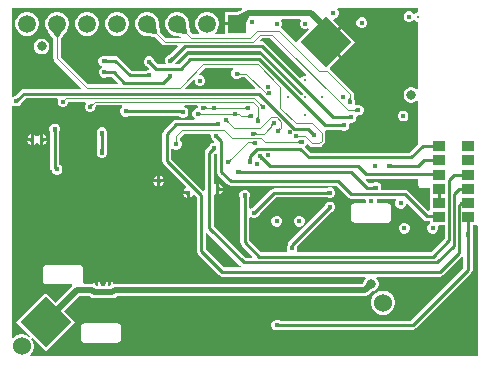
<source format=gbr>
%TF.GenerationSoftware,Altium Limited,Altium Designer,21.9.2 (33)*%
G04 Layer_Physical_Order=4*
G04 Layer_Color=16711680*
%FSLAX45Y45*%
%MOMM*%
%TF.SameCoordinates,43275E26-CB7C-43E4-9740-FE9D7F4F9AB3*%
%TF.FilePolarity,Positive*%
%TF.FileFunction,Copper,L4,Bot,Signal*%
%TF.Part,Single*%
G01*
G75*
%TA.AperFunction,SMDPad,CuDef*%
%ADD11C,0.40000*%
%TA.AperFunction,Conductor*%
%ADD39C,0.25400*%
%ADD40C,0.09000*%
%ADD41C,0.50000*%
%TA.AperFunction,ViaPad*%
%ADD50C,0.80000*%
%ADD51C,1.52400*%
%TA.AperFunction,ComponentPad*%
%ADD52C,1.50000*%
%ADD53R,1.50000X1.50000*%
%TA.AperFunction,ViaPad*%
%ADD54C,0.40000*%
%ADD55C,0.20000*%
%ADD56C,0.30000*%
%TA.AperFunction,ConnectorPad*%
%ADD57R,1.00000X0.90000*%
%TA.AperFunction,SMDPad,CuDef*%
%ADD58P,4.24264X4X90.0*%
%TA.AperFunction,Conductor*%
%ADD59C,1.00000*%
G36*
X3468951Y2940400D02*
X3461813D01*
X3446964Y2934249D01*
X3441121Y2928406D01*
X3430186Y2926079D01*
X3425164Y2929042D01*
X3415717Y2938488D01*
X3399031Y2945400D01*
X3380969D01*
X3364283Y2938488D01*
X3351512Y2925717D01*
X3344600Y2909031D01*
Y2890969D01*
X3351512Y2874283D01*
X3364283Y2861512D01*
X3380969Y2854600D01*
X3399031D01*
X3415717Y2861512D01*
X3425164Y2870958D01*
X3430186Y2873921D01*
X3441121Y2871594D01*
X3446964Y2865751D01*
X3461813Y2859600D01*
X3468951D01*
Y2291499D01*
X3456251Y2286238D01*
X3450157Y2292333D01*
X3435244Y2300943D01*
X3418610Y2305400D01*
X3401390D01*
X3384757Y2300943D01*
X3369843Y2292333D01*
X3357667Y2280157D01*
X3349057Y2265244D01*
X3344600Y2248610D01*
Y2231390D01*
X3349057Y2214757D01*
X3357667Y2199843D01*
X3369843Y2187667D01*
X3384757Y2179057D01*
X3401390Y2174600D01*
X3418610D01*
X3435244Y2179057D01*
X3450157Y2187667D01*
X3456251Y2193762D01*
X3468951Y2188501D01*
Y1823888D01*
X3393909Y1748846D01*
X2556091D01*
X2513077Y1791860D01*
X2513552Y1809346D01*
X2518488Y1814283D01*
X2520291Y1818635D01*
X2535272Y1821615D01*
X2548444Y1808443D01*
X2558334Y1801835D01*
X2570000Y1799514D01*
X2630000D01*
X2641666Y1801835D01*
X2651556Y1808443D01*
X2671557Y1828444D01*
X2678165Y1838334D01*
X2680486Y1850000D01*
Y1920000D01*
X2678709Y1928933D01*
X2678733Y1929166D01*
X2678999Y1930426D01*
X2683390Y1937214D01*
X2687100Y1941154D01*
X2813795D01*
X2815571Y1940978D01*
X2830969Y1934600D01*
X2849031D01*
X2865717Y1941512D01*
X2878488Y1954283D01*
X2885400Y1970969D01*
Y1989031D01*
X2883335Y1994016D01*
X2887296Y1999507D01*
X2892698Y2004600D01*
X2909031D01*
X2925717Y2011512D01*
X2938488Y2024283D01*
X2945400Y2040969D01*
Y2053160D01*
X2949146Y2060854D01*
X2956840Y2064600D01*
X2969031D01*
X2985717Y2071512D01*
X2998488Y2084283D01*
X3005400Y2100969D01*
Y2119031D01*
X2998488Y2135717D01*
X2985717Y2148488D01*
X2969031Y2155400D01*
X2950969D01*
X2940984Y2151264D01*
X2931264Y2160985D01*
X2935400Y2170969D01*
Y2189031D01*
X2928488Y2205717D01*
X2925768Y2208438D01*
X2920486Y2218003D01*
Y2250000D01*
X2918165Y2261667D01*
X2911557Y2271557D01*
X2724564Y2458550D01*
X2723481Y2475428D01*
X2800440Y2552387D01*
X2676413Y2676414D01*
X2685394Y2685394D01*
X2676413Y2694374D01*
X2800440Y2818401D01*
X2746941Y2871900D01*
X2752202Y2884600D01*
X2759031D01*
X2775717Y2891512D01*
X2788488Y2904283D01*
X2795400Y2920969D01*
Y2939031D01*
X2788488Y2955717D01*
X2782802Y2961404D01*
X2788062Y2974104D01*
X3468951D01*
Y2940400D01*
D02*
G37*
G36*
X2041678Y2912322D02*
X2008390Y2843984D01*
X1937984Y2914390D01*
X2006322Y2947678D01*
X2041678Y2912322D01*
D02*
G37*
G36*
X1513939Y2758425D02*
X1507575Y2752061D01*
X1426750Y2765004D01*
X1500996Y2839250D01*
X1513939Y2758425D01*
D02*
G37*
G36*
X1259939D02*
X1253575Y2752061D01*
X1172750Y2765004D01*
X1246996Y2839250D01*
X1259939Y2758425D01*
D02*
G37*
G36*
X1975363Y2961404D02*
X1932243Y2940400D01*
X1833600D01*
Y2852700D01*
X1933999D01*
Y2827300D01*
X1833600D01*
Y2750485D01*
X1750159D01*
X1745173Y2763185D01*
X1760340Y2778353D01*
X1773558Y2801247D01*
X1780400Y2826782D01*
Y2853218D01*
X1773558Y2878753D01*
X1760340Y2901647D01*
X1741647Y2920340D01*
X1718753Y2933558D01*
X1693218Y2940400D01*
X1666782D01*
X1641247Y2933558D01*
X1618353Y2920340D01*
X1599660Y2901647D01*
X1586442Y2878753D01*
X1579600Y2853218D01*
Y2826782D01*
X1586442Y2801247D01*
X1599660Y2778353D01*
X1614827Y2763185D01*
X1609841Y2750485D01*
X1558628D01*
X1538160Y2770953D01*
X1526568Y2843345D01*
X1526400Y2843798D01*
Y2853218D01*
X1519558Y2878753D01*
X1506340Y2901647D01*
X1487647Y2920340D01*
X1464753Y2933558D01*
X1439218Y2940400D01*
X1412782D01*
X1387247Y2933558D01*
X1364353Y2920340D01*
X1345660Y2901647D01*
X1332442Y2878753D01*
X1325600Y2853218D01*
Y2826782D01*
X1332442Y2801247D01*
X1345660Y2778353D01*
X1364353Y2759660D01*
X1387247Y2746442D01*
X1412782Y2739600D01*
X1422202D01*
X1422655Y2739432D01*
X1461662Y2733186D01*
X1460652Y2720486D01*
X1334628D01*
X1284160Y2770953D01*
X1272568Y2843345D01*
X1272400Y2843798D01*
Y2853218D01*
X1265558Y2878753D01*
X1252340Y2901647D01*
X1233647Y2920340D01*
X1210753Y2933558D01*
X1185218Y2940400D01*
X1158782D01*
X1133247Y2933558D01*
X1110353Y2920340D01*
X1091660Y2901647D01*
X1078442Y2878753D01*
X1071600Y2853218D01*
Y2826782D01*
X1078442Y2801247D01*
X1091660Y2778353D01*
X1110353Y2759660D01*
X1133247Y2746442D01*
X1158782Y2739600D01*
X1168202D01*
X1168655Y2739432D01*
X1241047Y2727839D01*
X1300443Y2668443D01*
X1310334Y2661835D01*
X1322000Y2659514D01*
X1427984D01*
X1432844Y2647781D01*
X1361061Y2575998D01*
X1359682Y2574867D01*
X1344283Y2568488D01*
X1331512Y2555717D01*
X1324600Y2539031D01*
Y2520969D01*
X1328503Y2511547D01*
X1320355Y2498846D01*
X1266091D01*
X1235998Y2528940D01*
X1234866Y2530319D01*
X1228488Y2545717D01*
X1215717Y2558488D01*
X1199031Y2565400D01*
X1180969D01*
X1164283Y2558488D01*
X1151512Y2545717D01*
X1144600Y2529031D01*
Y2510969D01*
X1151512Y2494283D01*
X1164283Y2481512D01*
X1179681Y2475133D01*
X1181060Y2474002D01*
X1191963Y2463100D01*
X1186702Y2450400D01*
X1180544D01*
X1165146Y2444022D01*
X1163370Y2443846D01*
X1041091D01*
X927469Y2557469D01*
X914866Y2565889D01*
X900000Y2568847D01*
X865438D01*
X856815Y2567131D01*
X824287D01*
X815209Y2570891D01*
X797148D01*
X780461Y2563980D01*
X767690Y2551208D01*
X760779Y2534522D01*
Y2516461D01*
X767690Y2499774D01*
X780461Y2487003D01*
X788128Y2483827D01*
Y2470081D01*
X784283Y2468488D01*
X771512Y2455717D01*
X764600Y2439031D01*
Y2420969D01*
X771512Y2404283D01*
X784283Y2391512D01*
X800969Y2384600D01*
X819031D01*
X834429Y2390978D01*
X836205Y2391153D01*
X873909D01*
X922844Y2342219D01*
X917984Y2330486D01*
X672628D01*
X440486Y2562627D01*
Y2711866D01*
X483478Y2771253D01*
X483679Y2771692D01*
X490340Y2778353D01*
X503558Y2801247D01*
X510400Y2826782D01*
Y2853218D01*
X503558Y2878753D01*
X490340Y2901647D01*
X471647Y2920340D01*
X448753Y2933558D01*
X423218Y2940400D01*
X396782D01*
X371247Y2933558D01*
X348353Y2920340D01*
X329660Y2901647D01*
X316442Y2878753D01*
X309600Y2853218D01*
Y2826782D01*
X316442Y2801247D01*
X329660Y2778353D01*
X336321Y2771692D01*
X336522Y2771253D01*
X379514Y2711866D01*
Y2550000D01*
X381835Y2538334D01*
X388443Y2528444D01*
X616307Y2300580D01*
X611447Y2288847D01*
X129259D01*
X114393Y2285890D01*
X101790Y2277469D01*
X56494Y2232172D01*
X55115Y2231041D01*
X39716Y2224663D01*
X38596Y2223543D01*
X25896Y2228804D01*
Y2974104D01*
X1972434D01*
X1975363Y2961404D01*
D02*
G37*
G36*
X414500Y2720135D02*
X405500D01*
X357500Y2786439D01*
X462500D01*
X414500Y2720135D01*
D02*
G37*
G36*
X2471708Y2865913D02*
X2471512Y2865717D01*
X2464600Y2849031D01*
Y2830969D01*
X2471512Y2814283D01*
X2484283Y2801512D01*
X2500969Y2794600D01*
X2519031D01*
X2535717Y2801512D01*
X2544323Y2792376D01*
X2437341Y2685394D01*
X2425542Y2687571D01*
X2311556Y2801556D01*
X2309614Y2802854D01*
X2308488Y2814283D01*
X2315400Y2830969D01*
Y2849031D01*
X2308488Y2865717D01*
X2308293Y2865913D01*
X2313553Y2878613D01*
X2466447D01*
X2471708Y2865913D01*
D02*
G37*
G36*
X1398390Y2540430D02*
X1389999Y2530200D01*
X1370200Y2549999D01*
X1380430Y2558390D01*
X1398390Y2540430D01*
D02*
G37*
G36*
X830826Y2540985D02*
X835553Y2515585D01*
X822277Y2513623D01*
X818366Y2541349D01*
X830826Y2540985D01*
D02*
G37*
G36*
X1218390Y2509570D02*
X1200430Y2491610D01*
X1190200Y2500001D01*
X1209999Y2519800D01*
X1218390Y2509570D01*
D02*
G37*
G36*
X837450Y2442700D02*
Y2417300D01*
X824283Y2416000D01*
Y2444000D01*
X837450Y2442700D01*
D02*
G37*
G36*
X1961487Y2424500D02*
Y2415500D01*
X1944283Y2406000D01*
Y2434000D01*
X1961487Y2424500D01*
D02*
G37*
G36*
X1175292Y2391000D02*
X1162124Y2392300D01*
Y2417700D01*
X1175292Y2419000D01*
Y2391000D01*
D02*
G37*
G36*
X2521684Y2414633D02*
X2518680Y2407042D01*
X2515457Y2402900D01*
X2502959D01*
X2489948Y2397511D01*
X2479990Y2387553D01*
X2469476Y2385461D01*
X2174438Y2680500D01*
X2161835Y2688920D01*
X2146969Y2691878D01*
X2131584D01*
X2126724Y2703611D01*
X2142627Y2719515D01*
X2216803D01*
X2521684Y2414633D01*
D02*
G37*
G36*
X1369800Y2380001D02*
X1359570Y2371610D01*
X1341610Y2389570D01*
X1350001Y2399800D01*
X1369800Y2380001D01*
D02*
G37*
G36*
X1901135Y2464723D02*
X1902609Y2456814D01*
X1891512Y2445717D01*
X1884600Y2429031D01*
Y2410969D01*
X1891512Y2394283D01*
X1904283Y2381512D01*
X1920969Y2374600D01*
X1939031D01*
X1955717Y2381512D01*
X1958438Y2384232D01*
X1968003Y2389514D01*
X1997373D01*
X2086307Y2300580D01*
X2081447Y2288847D01*
X1498553D01*
X1493693Y2300580D01*
X1561900Y2368787D01*
X1574600Y2363526D01*
Y2350969D01*
X1581512Y2334283D01*
X1594283Y2321512D01*
X1610969Y2314600D01*
X1629031D01*
X1645717Y2321512D01*
X1658488Y2334283D01*
X1665400Y2350969D01*
Y2369031D01*
X1658488Y2385717D01*
X1645717Y2398488D01*
X1629031Y2405400D01*
X1616474D01*
X1611213Y2418100D01*
X1662628Y2469514D01*
X1898716D01*
X1901135Y2464723D01*
D02*
G37*
G36*
X2184510Y2239887D02*
X2175312Y2250188D01*
Y2259188D01*
X2189557Y2267428D01*
X2184510Y2239887D01*
D02*
G37*
G36*
X2490794Y2254269D02*
X2489947Y2250010D01*
X2479990Y2240053D01*
X2475732Y2239206D01*
X2147469Y2567469D01*
X2134866Y2575889D01*
X2120000Y2578847D01*
X1540000D01*
X1525134Y2575889D01*
X1512531Y2567469D01*
X1443909Y2498846D01*
X1419645D01*
X1411497Y2511547D01*
X1414867Y2519682D01*
X1415998Y2521060D01*
X1509122Y2614185D01*
X2130879D01*
X2490794Y2254269D01*
D02*
G37*
G36*
X2904000Y2194283D02*
X2876000D01*
X2885500Y2211487D01*
X2894500D01*
X2904000Y2194283D01*
D02*
G37*
G36*
X93824Y2196605D02*
X85432Y2186375D01*
X65633Y2206174D01*
X75863Y2214565D01*
X93824Y2196605D01*
D02*
G37*
G36*
X418503Y2198453D02*
X414600Y2189031D01*
Y2170969D01*
X421512Y2154283D01*
X434283Y2141512D01*
X450969Y2134600D01*
X469031D01*
X485717Y2141512D01*
X498488Y2154283D01*
X505400Y2170969D01*
Y2180231D01*
X648065D01*
X653325Y2167531D01*
X651512Y2165717D01*
X644600Y2149031D01*
Y2130969D01*
X651512Y2114283D01*
X664283Y2101512D01*
X680969Y2094600D01*
X699031D01*
X715717Y2101512D01*
X728488Y2114283D01*
X735400Y2130969D01*
Y2134817D01*
X738429Y2145315D01*
X742627Y2149514D01*
X958715D01*
X961134Y2144724D01*
X962609Y2136814D01*
X951512Y2125717D01*
X944600Y2109031D01*
Y2090969D01*
X951512Y2074283D01*
X964283Y2061512D01*
X980969Y2054600D01*
X999031D01*
X1014429Y2060978D01*
X1016205Y2061154D01*
X1442141D01*
X1451783Y2051512D01*
X1468469Y2044600D01*
X1486531D01*
X1503217Y2051512D01*
X1515988Y2064283D01*
X1522900Y2080969D01*
Y2099031D01*
X1515988Y2115717D01*
X1503217Y2128488D01*
X1486531Y2135400D01*
X1486314D01*
X1484800Y2136814D01*
X1489810Y2149514D01*
X1597595D01*
X1604600Y2139031D01*
Y2125400D01*
X1590969D01*
X1574283Y2118488D01*
X1561512Y2105717D01*
X1554600Y2089031D01*
Y2070969D01*
X1561512Y2054283D01*
X1574248Y2041547D01*
X1574247Y2041338D01*
X1571672Y2028847D01*
X1420000D01*
X1405134Y2025890D01*
X1392532Y2017469D01*
X1312532Y1937469D01*
X1304111Y1924866D01*
X1301154Y1910000D01*
Y1680000D01*
X1304111Y1665134D01*
X1312532Y1652531D01*
X1501963Y1463099D01*
X1499486Y1450643D01*
X1494283Y1448488D01*
X1481512Y1435717D01*
X1476120Y1422700D01*
X1520000D01*
Y1410000D01*
X1532700D01*
Y1366120D01*
X1545717Y1371512D01*
X1558488Y1384283D01*
X1560643Y1389486D01*
X1573099Y1391963D01*
X1591154Y1373909D01*
Y920000D01*
X1594111Y905134D01*
X1602531Y892531D01*
X1782531Y712531D01*
X1795134Y704111D01*
X1810000Y701154D01*
X3020703D01*
X3025964Y688454D01*
X3017667Y680157D01*
X3009057Y665244D01*
X3004600Y648610D01*
Y647273D01*
X2998715Y641387D01*
X897918D01*
X886999Y639215D01*
X882510Y650053D01*
X872552Y660011D01*
X865200Y663056D01*
Y630000D01*
X839800D01*
Y663056D01*
X832447Y660011D01*
X822489Y650053D01*
X817100Y637041D01*
Y622959D01*
X815782Y620987D01*
X784217D01*
X782900Y622959D01*
Y637041D01*
X777511Y650053D01*
X767552Y660011D01*
X760200Y663056D01*
Y630000D01*
X734800D01*
Y663056D01*
X727447Y660011D01*
X717489Y650053D01*
X713000Y639215D01*
X702082Y641387D01*
X634623D01*
X627834Y654087D01*
X628336Y654839D01*
X630696Y666700D01*
Y768300D01*
X628336Y780162D01*
X621617Y790217D01*
X611562Y796936D01*
X599700Y799296D01*
X320300D01*
X308439Y796936D01*
X298383Y790217D01*
X291664Y780162D01*
X289304Y768300D01*
Y666700D01*
X291664Y654839D01*
X298383Y644783D01*
X308439Y638064D01*
X320300Y635705D01*
X535620D01*
X540332Y623005D01*
X397297Y479969D01*
X314606Y562659D01*
X66553Y314606D01*
X180535Y200624D01*
X172384Y191300D01*
X149216Y204676D01*
X123376Y211600D01*
X96624D01*
X70784Y204676D01*
X47616Y191300D01*
X38596Y182281D01*
X25896Y187541D01*
Y2143546D01*
X38596Y2148806D01*
X39716Y2147686D01*
X56402Y2140775D01*
X74464D01*
X91150Y2147686D01*
X103922Y2160458D01*
X110300Y2175856D01*
X111431Y2177235D01*
X145349Y2211154D01*
X410355D01*
X418503Y2198453D01*
D02*
G37*
G36*
X715447Y2159083D02*
X709999Y2140200D01*
X690200Y2159999D01*
X709083Y2165447D01*
X715447Y2159083D01*
D02*
G37*
G36*
X2155720Y2155424D02*
X2135921Y2135625D01*
X2130473Y2154508D01*
X2136837Y2160871D01*
X2155720Y2155424D01*
D02*
G37*
G36*
X2015717Y2116000D02*
X1998513Y2125500D01*
Y2134500D01*
X2015717Y2144000D01*
Y2116000D01*
D02*
G37*
G36*
X1681487Y2134500D02*
Y2125500D01*
X1664283Y2116000D01*
Y2144000D01*
X1681487Y2134500D01*
D02*
G37*
G36*
X2945717Y2096000D02*
X2928513Y2105500D01*
Y2114500D01*
X2945717Y2124000D01*
Y2096000D01*
D02*
G37*
G36*
X1017450Y2112700D02*
Y2087300D01*
X1004283Y2086000D01*
Y2114000D01*
X1017450Y2112700D01*
D02*
G37*
G36*
X1471269Y2109005D02*
X1458131Y2085017D01*
X1445683Y2087300D01*
X1448180Y2112700D01*
X1471269Y2109005D01*
D02*
G37*
G36*
X1631487Y2084500D02*
Y2075500D01*
X1614283Y2066000D01*
Y2094000D01*
X1631487Y2084500D01*
D02*
G37*
G36*
X2035717Y2046000D02*
X2018513Y2055500D01*
Y2064500D01*
X2035717Y2074000D01*
Y2046000D01*
D02*
G37*
G36*
X2885717Y2036000D02*
X2872550Y2037300D01*
Y2062700D01*
X2885717Y2064000D01*
Y2036000D01*
D02*
G37*
G36*
X2124000Y2034283D02*
X2096000D01*
X2105500Y2051487D01*
X2114500D01*
X2124000Y2034283D01*
D02*
G37*
G36*
X1865447Y2010917D02*
X1859083Y2004553D01*
X1840200Y2010001D01*
X1859999Y2029800D01*
X1865447Y2010917D01*
D02*
G37*
G36*
X1755717Y1976000D02*
X1742550Y1977300D01*
Y2002700D01*
X1755717Y2004000D01*
Y1976000D01*
D02*
G37*
G36*
X2249800Y1980001D02*
X2230917Y1974553D01*
X2224553Y1980917D01*
X2230001Y1999800D01*
X2249800Y1980001D01*
D02*
G37*
G36*
X2825717Y1966000D02*
X2812550Y1967300D01*
Y1992700D01*
X2825717Y1994000D01*
Y1966000D01*
D02*
G37*
G36*
X2305447Y1949083D02*
X2299999Y1930200D01*
X2280200Y1949999D01*
X2299083Y1955447D01*
X2305447Y1949083D01*
D02*
G37*
G36*
X2585436Y1919757D02*
X2565637Y1899958D01*
X2557245Y1910188D01*
X2575206Y1928148D01*
X2585436Y1919757D01*
D02*
G37*
G36*
X2101487Y1914500D02*
Y1905500D01*
X2084283Y1896000D01*
Y1924000D01*
X2101487Y1914500D01*
D02*
G37*
G36*
X2461487Y1894500D02*
Y1885500D01*
X2444283Y1876000D01*
Y1904000D01*
X2461487Y1894500D01*
D02*
G37*
G36*
X1788379Y1879455D02*
X1770314Y1861599D01*
X1760110Y1870000D01*
X1779998Y1889710D01*
X1788379Y1879455D01*
D02*
G37*
G36*
X2465717Y1826000D02*
X2448513Y1835500D01*
Y1844500D01*
X2465717Y1854000D01*
Y1826000D01*
D02*
G37*
G36*
X2073038Y1819403D02*
X2058001Y1829805D01*
X2060043Y1838806D01*
X2079066Y1846746D01*
X2073038Y1819403D01*
D02*
G37*
G36*
X1714600Y1899030D02*
Y1880969D01*
X1721512Y1864283D01*
X1734283Y1851512D01*
X1742520Y1848100D01*
X1739993Y1835400D01*
X1730969D01*
X1714283Y1828488D01*
X1701512Y1815717D01*
X1695134Y1800318D01*
X1694002Y1798940D01*
X1672531Y1777468D01*
X1664110Y1764866D01*
X1661153Y1750000D01*
Y1431744D01*
X1648453Y1426484D01*
X1378847Y1696091D01*
Y1778987D01*
X1391547Y1784248D01*
X1394283Y1781512D01*
X1410969Y1774600D01*
X1429031D01*
X1445717Y1781512D01*
X1458488Y1794283D01*
X1465400Y1810969D01*
Y1829031D01*
X1458488Y1845717D01*
X1450486Y1853720D01*
Y1877373D01*
X1482627Y1909514D01*
X1707595D01*
X1714600Y1899030D01*
D02*
G37*
G36*
X1739800Y1770001D02*
X1729570Y1761610D01*
X1711610Y1779570D01*
X1720001Y1789800D01*
X1739800Y1770001D01*
D02*
G37*
G36*
X2158390Y1709470D02*
X2140430Y1691510D01*
X2130200Y1699901D01*
X2149999Y1719700D01*
X2158390Y1709470D01*
D02*
G37*
G36*
X2054000Y1684283D02*
X2026000D01*
X2027300Y1697450D01*
X2052700D01*
X2054000Y1684283D01*
D02*
G37*
G36*
X1885447Y1689083D02*
X1879999Y1670200D01*
X1860200Y1689999D01*
X1879083Y1695447D01*
X1885447Y1689083D01*
D02*
G37*
G36*
X3247450Y1652700D02*
Y1627300D01*
X3234283Y1626000D01*
Y1654000D01*
X3247450Y1652700D01*
D02*
G37*
G36*
X1967450Y1602700D02*
Y1577300D01*
X1954283Y1576000D01*
Y1604000D01*
X1967450Y1602700D01*
D02*
G37*
G36*
X3097203Y1440727D02*
X3084035Y1442027D01*
Y1467427D01*
X3097203Y1468727D01*
Y1440727D01*
D02*
G37*
G36*
X3652700Y1402550D02*
X3627300D01*
X3626000Y1415717D01*
X3654000D01*
X3652700Y1402550D01*
D02*
G37*
G36*
X2705717Y1396000D02*
X2692550Y1397300D01*
Y1422700D01*
X2705717Y1424000D01*
Y1396000D01*
D02*
G37*
G36*
X1751153Y1743370D02*
X1755084Y1742247D01*
X1761153Y1738192D01*
Y1590000D01*
X1764111Y1575134D01*
X1772531Y1562532D01*
X1852531Y1482531D01*
X1865134Y1474111D01*
X1880000Y1471154D01*
X2773909D01*
X2873231Y1371831D01*
X2885834Y1363411D01*
X2900700Y1360453D01*
X3017769D01*
X3024600Y1350230D01*
Y1332170D01*
X3017668Y1321796D01*
X2930300D01*
X2918438Y1319436D01*
X2908383Y1312717D01*
X2901664Y1302662D01*
X2899304Y1290800D01*
Y1189200D01*
X2901664Y1177339D01*
X2908383Y1167283D01*
X2918438Y1160564D01*
X2930300Y1158204D01*
X3209700D01*
X3221562Y1160564D01*
X3231617Y1167283D01*
X3238336Y1177339D01*
X3240696Y1189200D01*
Y1290800D01*
X3238336Y1302662D01*
X3231617Y1312717D01*
X3221562Y1319436D01*
X3209700Y1321796D01*
X3122332D01*
X3115400Y1332170D01*
Y1350230D01*
X3120445Y1357780D01*
X3276982D01*
X3281842Y1346047D01*
X3281512Y1345717D01*
X3274600Y1329031D01*
Y1310969D01*
X3281512Y1294283D01*
X3294283Y1281512D01*
X3310969Y1274600D01*
X3329031D01*
X3345717Y1281512D01*
X3358488Y1294283D01*
X3365400Y1310969D01*
Y1313868D01*
X3378100Y1319128D01*
X3514697Y1182532D01*
X3527300Y1174111D01*
X3542165Y1171154D01*
X3564600D01*
Y1148620D01*
X3564283Y1148488D01*
X3551512Y1135717D01*
X3544600Y1119031D01*
Y1100969D01*
X3551512Y1084283D01*
X3564283Y1071512D01*
X3580969Y1064600D01*
X3599031D01*
X3615717Y1071512D01*
X3628488Y1084283D01*
X3635400Y1100969D01*
Y1119031D01*
X3633532Y1123540D01*
X3640588Y1134100D01*
X3691153D01*
Y1026090D01*
X3573910Y908847D01*
X2449646D01*
X2441497Y921547D01*
X2445400Y930969D01*
Y949031D01*
X2442052Y957114D01*
X2728939Y1244002D01*
X2730318Y1245133D01*
X2745717Y1251512D01*
X2758488Y1264283D01*
X2765400Y1280969D01*
Y1299031D01*
X2758488Y1315717D01*
X2745717Y1328488D01*
X2729031Y1335400D01*
X2710969D01*
X2694283Y1328488D01*
X2681512Y1315717D01*
X2675133Y1300318D01*
X2674002Y1298939D01*
X2373214Y998151D01*
X2364793Y985549D01*
X2361836Y970683D01*
Y967223D01*
X2361687Y965892D01*
X2361512Y965717D01*
X2354600Y949031D01*
Y930969D01*
X2358503Y921547D01*
X2350354Y908847D01*
X2136091D01*
X2038847Y1006091D01*
Y1198987D01*
X2051547Y1204248D01*
X2054283Y1201512D01*
X2070969Y1194600D01*
X2089031D01*
X2105717Y1201512D01*
X2118488Y1214283D01*
X2124866Y1229682D01*
X2125998Y1231061D01*
X2266090Y1371153D01*
X2693795D01*
X2695571Y1370978D01*
X2710969Y1364600D01*
X2729031D01*
X2745717Y1371512D01*
X2758488Y1384283D01*
X2765400Y1400969D01*
Y1419031D01*
X2758488Y1435717D01*
X2745717Y1448488D01*
X2729031Y1455400D01*
X2710969D01*
X2695571Y1449022D01*
X2693795Y1448846D01*
X2250000D01*
X2235134Y1445889D01*
X2222531Y1437469D01*
X2071060Y1285998D01*
X2069681Y1284867D01*
X2054283Y1278488D01*
X2051547Y1275752D01*
X2038847Y1281013D01*
Y1363795D01*
X2039022Y1365571D01*
X2045400Y1380969D01*
Y1399031D01*
X2038488Y1415717D01*
X2025717Y1428488D01*
X2009031Y1435400D01*
X1990969D01*
X1974283Y1428488D01*
X1961512Y1415717D01*
X1954600Y1399031D01*
Y1380969D01*
X1960978Y1365571D01*
X1961154Y1363795D01*
Y990000D01*
X1964111Y975134D01*
X1972531Y962531D01*
X2064483Y870580D01*
X2059623Y858846D01*
X2006091D01*
X1738846Y1126091D01*
Y1390355D01*
X1751547Y1398503D01*
X1757300Y1396120D01*
Y1440000D01*
Y1483880D01*
X1751547Y1481497D01*
X1738846Y1489645D01*
Y1733909D01*
X1748453Y1743516D01*
X1751153Y1743370D01*
D02*
G37*
G36*
X2012700Y1362550D02*
X1987300D01*
X1986000Y1375717D01*
X2014000D01*
X2012700Y1362550D01*
D02*
G37*
G36*
X2719800Y1270001D02*
X2709570Y1261610D01*
X2691610Y1279570D01*
X2700001Y1289800D01*
X2719800Y1270001D01*
D02*
G37*
G36*
X3468951Y1475000D02*
X3470923Y1465089D01*
X3476537Y1456687D01*
X3484938Y1451074D01*
X3494849Y1449102D01*
X3564600D01*
Y1374100D01*
Y1260463D01*
X3551900Y1255202D01*
X3383007Y1424095D01*
X3370404Y1432516D01*
X3355539Y1435473D01*
X3163716D01*
X3156885Y1445696D01*
Y1463758D01*
X3149974Y1480444D01*
X3137203Y1493215D01*
X3120516Y1500127D01*
X3102455D01*
X3087057Y1493749D01*
X3085281Y1493573D01*
X3051364D01*
X3025922Y1519016D01*
X3028612Y1527024D01*
X3031745Y1531153D01*
X3468951D01*
Y1475000D01*
D02*
G37*
G36*
X2108390Y1250430D02*
X2099999Y1240200D01*
X2080200Y1259999D01*
X2090430Y1268390D01*
X2108390Y1250430D01*
D02*
G37*
G36*
X3904000Y1074283D02*
X3876000D01*
X3877300Y1087450D01*
X3902700D01*
X3904000Y1074283D01*
D02*
G37*
G36*
X3902700Y1032550D02*
X3877300D01*
X3876000Y1045717D01*
X3904000D01*
X3902700Y1032550D01*
D02*
G37*
G36*
X2413383Y966863D02*
X2414479Y953796D01*
X2386496Y954752D01*
X2387983Y967987D01*
X2413383Y966863D01*
D02*
G37*
G36*
X1962532Y792531D02*
X1964005Y791547D01*
X1960153Y778847D01*
X1826091D01*
X1668847Y936091D01*
Y1068256D01*
X1681547Y1073516D01*
X1962532Y792531D01*
D02*
G37*
G36*
X3963000Y1134100D02*
X3974104Y1130246D01*
Y25896D01*
X187541D01*
X182281Y38596D01*
X191300Y47616D01*
X204676Y70784D01*
X211600Y96624D01*
Y123376D01*
X204676Y149216D01*
X191300Y172384D01*
X200624Y180535D01*
X314606Y66553D01*
X562659Y314606D01*
X469969Y407296D01*
X601286Y538613D01*
X680796D01*
X686145Y533264D01*
X702816Y522124D01*
X722482Y518213D01*
X877518D01*
X897183Y522124D01*
X913854Y533264D01*
X919203Y538613D01*
X3020000D01*
X3039665Y542524D01*
X3056336Y553664D01*
X3077272Y574600D01*
X3078610D01*
X3095243Y579057D01*
X3110157Y587667D01*
X3122333Y599843D01*
X3130943Y614756D01*
X3135400Y631390D01*
Y648610D01*
X3130943Y665244D01*
X3122333Y680157D01*
X3114036Y688454D01*
X3119297Y701154D01*
X3650000D01*
X3664866Y704111D01*
X3677469Y712531D01*
X3837469Y872531D01*
X3838454Y874005D01*
X3851154Y870153D01*
Y776091D01*
X3403909Y328846D01*
X2296205D01*
X2294429Y329022D01*
X2279031Y335400D01*
X2260969D01*
X2244283Y328488D01*
X2231512Y315717D01*
X2224600Y299031D01*
Y280969D01*
X2231512Y264283D01*
X2244283Y251512D01*
X2260969Y244600D01*
X2279031D01*
X2294429Y250978D01*
X2296205Y251153D01*
X3420000D01*
X3434866Y254110D01*
X3447469Y262531D01*
X3917469Y732531D01*
X3925890Y745134D01*
X3928847Y760000D01*
Y1033795D01*
X3929022Y1035571D01*
X3935400Y1050969D01*
Y1069031D01*
X3929022Y1084429D01*
X3928847Y1086205D01*
Y1134100D01*
X3963000D01*
Y1134100D01*
D02*
G37*
G36*
X2297450Y302700D02*
Y277300D01*
X2284283Y276000D01*
Y304000D01*
X2297450Y302700D01*
D02*
G37*
%LPC*%
G36*
X2999031Y2895400D02*
X2980969D01*
X2964283Y2888488D01*
X2951512Y2875717D01*
X2944600Y2859031D01*
Y2840969D01*
X2951512Y2824283D01*
X2964283Y2811512D01*
X2980969Y2804600D01*
X2999031D01*
X3015717Y2811512D01*
X3028488Y2824283D01*
X3035400Y2840969D01*
Y2859031D01*
X3028488Y2875717D01*
X3015717Y2888488D01*
X2999031Y2895400D01*
D02*
G37*
G36*
X2818401Y2800440D02*
X2703354Y2685394D01*
X2818401Y2570348D01*
X2933447Y2685394D01*
X2818401Y2800440D01*
D02*
G37*
G36*
X3349031Y2105400D02*
X3330969D01*
X3314283Y2098488D01*
X3301512Y2085717D01*
X3294600Y2069031D01*
Y2050969D01*
X3301512Y2034283D01*
X3314283Y2021512D01*
X3330969Y2014600D01*
X3349031D01*
X3365717Y2021512D01*
X3378488Y2034283D01*
X3385400Y2050969D01*
Y2069031D01*
X3378488Y2085717D01*
X3365717Y2098488D01*
X3349031Y2105400D01*
D02*
G37*
G36*
X931218Y2940400D02*
X904782D01*
X879247Y2933558D01*
X856353Y2920340D01*
X837660Y2901647D01*
X824442Y2878753D01*
X817600Y2853218D01*
Y2826782D01*
X824442Y2801247D01*
X837660Y2778353D01*
X856353Y2759660D01*
X879247Y2746442D01*
X904782Y2739600D01*
X931218D01*
X956753Y2746442D01*
X979647Y2759660D01*
X998340Y2778353D01*
X1011558Y2801247D01*
X1018400Y2826782D01*
Y2853218D01*
X1011558Y2878753D01*
X998340Y2901647D01*
X979647Y2920340D01*
X956753Y2933558D01*
X931218Y2940400D01*
D02*
G37*
G36*
X677218D02*
X650782D01*
X625247Y2933558D01*
X602353Y2920340D01*
X583660Y2901647D01*
X570442Y2878753D01*
X563600Y2853218D01*
Y2826782D01*
X570442Y2801247D01*
X583660Y2778353D01*
X602353Y2759660D01*
X625247Y2746442D01*
X650782Y2739600D01*
X677218D01*
X702753Y2746442D01*
X725647Y2759660D01*
X744340Y2778353D01*
X757558Y2801247D01*
X764400Y2826782D01*
Y2853218D01*
X757558Y2878753D01*
X744340Y2901647D01*
X725647Y2920340D01*
X702753Y2933558D01*
X677218Y2940400D01*
D02*
G37*
G36*
X169218D02*
X142782D01*
X117247Y2933558D01*
X94353Y2920340D01*
X75660Y2901647D01*
X62442Y2878753D01*
X55600Y2853218D01*
Y2826782D01*
X62442Y2801247D01*
X75660Y2778353D01*
X94353Y2759660D01*
X117247Y2746442D01*
X142782Y2739600D01*
X169218D01*
X194753Y2746442D01*
X217647Y2759660D01*
X236340Y2778353D01*
X249558Y2801247D01*
X256400Y2826782D01*
Y2853218D01*
X249558Y2878753D01*
X236340Y2901647D01*
X217647Y2920340D01*
X194753Y2933558D01*
X169218Y2940400D01*
D02*
G37*
G36*
X288610Y2715400D02*
X271390D01*
X254756Y2710943D01*
X239843Y2702333D01*
X227667Y2690157D01*
X219057Y2675244D01*
X214600Y2658610D01*
Y2641390D01*
X219057Y2624756D01*
X227667Y2609843D01*
X239843Y2597667D01*
X254756Y2589057D01*
X271390Y2584600D01*
X288610D01*
X305243Y2589057D01*
X320157Y2597667D01*
X332333Y2609843D01*
X340943Y2624756D01*
X345400Y2641390D01*
Y2658610D01*
X340943Y2675244D01*
X332333Y2690157D01*
X320157Y2702333D01*
X305243Y2710943D01*
X288610Y2715400D01*
D02*
G37*
G36*
X267300Y1903880D02*
X254283Y1898488D01*
X248297Y1892502D01*
X240000Y1886763D01*
X231703Y1892502D01*
X225717Y1898488D01*
X212700Y1903880D01*
Y1860000D01*
Y1816120D01*
X225717Y1821512D01*
X231703Y1827498D01*
X240000Y1833237D01*
X248297Y1827498D01*
X254283Y1821512D01*
X267300Y1816120D01*
Y1860000D01*
Y1903880D01*
D02*
G37*
G36*
X292700D02*
Y1872700D01*
X323880D01*
X318488Y1885717D01*
X305717Y1898488D01*
X292700Y1903880D01*
D02*
G37*
G36*
X187300D02*
X174283Y1898488D01*
X161512Y1885717D01*
X156120Y1872700D01*
X187300D01*
Y1903880D01*
D02*
G37*
G36*
X323880Y1847300D02*
X292700D01*
Y1816120D01*
X305717Y1821512D01*
X318488Y1834283D01*
X323880Y1847300D01*
D02*
G37*
G36*
X187300D02*
X156120D01*
X161512Y1834283D01*
X174283Y1821512D01*
X187300Y1816120D01*
Y1847300D01*
D02*
G37*
G36*
X799031Y1965400D02*
X780969D01*
X764283Y1958488D01*
X751512Y1945717D01*
X744600Y1929031D01*
Y1910969D01*
X750978Y1895571D01*
X751153Y1893795D01*
Y1776205D01*
X750978Y1774429D01*
X744600Y1759031D01*
Y1740969D01*
X751512Y1724283D01*
X764283Y1711512D01*
X780969Y1704600D01*
X799031D01*
X815717Y1711512D01*
X828488Y1724283D01*
X835400Y1740969D01*
Y1759031D01*
X829022Y1774429D01*
X828846Y1776205D01*
Y1893795D01*
X829022Y1895571D01*
X835400Y1910969D01*
Y1929031D01*
X828488Y1945717D01*
X815717Y1958488D01*
X799031Y1965400D01*
D02*
G37*
G36*
X399031Y1995400D02*
X380969D01*
X364283Y1988488D01*
X351512Y1975717D01*
X344600Y1959031D01*
Y1940969D01*
X350978Y1925571D01*
X351153Y1923795D01*
Y1629679D01*
X354111Y1614813D01*
X362531Y1602210D01*
X363609Y1601133D01*
X364600Y1599851D01*
Y1598469D01*
X371512Y1581783D01*
X384283Y1569012D01*
X400969Y1562100D01*
X419031D01*
X435717Y1569012D01*
X448488Y1581783D01*
X455400Y1598469D01*
Y1616531D01*
X448488Y1633217D01*
X435717Y1645988D01*
X428846Y1648834D01*
Y1923795D01*
X429022Y1925571D01*
X435400Y1940969D01*
Y1959031D01*
X428488Y1975717D01*
X415717Y1988488D01*
X399031Y1995400D01*
D02*
G37*
G36*
X1282700Y1553880D02*
Y1522700D01*
X1313880D01*
X1308488Y1535717D01*
X1295717Y1548488D01*
X1282700Y1553880D01*
D02*
G37*
G36*
X1257300D02*
X1244283Y1548488D01*
X1231512Y1535717D01*
X1226120Y1522700D01*
X1257300D01*
Y1553880D01*
D02*
G37*
G36*
X1313880Y1497300D02*
X1282700D01*
Y1466120D01*
X1295717Y1471512D01*
X1308488Y1484283D01*
X1313880Y1497300D01*
D02*
G37*
G36*
X1257300D02*
X1226120D01*
X1231512Y1484283D01*
X1244283Y1471512D01*
X1257300Y1466120D01*
Y1497300D01*
D02*
G37*
G36*
X1507300Y1397300D02*
X1476120D01*
X1481512Y1384283D01*
X1494283Y1371512D01*
X1507300Y1366120D01*
Y1397300D01*
D02*
G37*
%LPD*%
G36*
X802700Y1892550D02*
X777300D01*
X776000Y1905717D01*
X804000D01*
X802700Y1892550D01*
D02*
G37*
G36*
X804000Y1764283D02*
X776000D01*
X777300Y1777450D01*
X802700D01*
X804000Y1764283D01*
D02*
G37*
G36*
X402700Y1922550D02*
X377300D01*
X376000Y1935717D01*
X404000D01*
X402700Y1922550D01*
D02*
G37*
G36*
X411341Y1627455D02*
X390076Y1609240D01*
X381888Y1619831D01*
X401655Y1635985D01*
X411341Y1627455D01*
D02*
G37*
%LPC*%
G36*
X1782700Y1483880D02*
Y1452700D01*
X1813880D01*
X1808488Y1465717D01*
X1795717Y1478488D01*
X1782700Y1483880D01*
D02*
G37*
G36*
X1813880Y1427300D02*
X1782700D01*
Y1396120D01*
X1795717Y1401512D01*
X1808488Y1414283D01*
X1813880Y1427300D01*
D02*
G37*
G36*
X2469031Y1215400D02*
X2450969D01*
X2434283Y1208488D01*
X2421512Y1195717D01*
X2414600Y1179031D01*
Y1160969D01*
X2421512Y1144283D01*
X2434283Y1131512D01*
X2450969Y1124600D01*
X2469031D01*
X2485717Y1131512D01*
X2498488Y1144283D01*
X2505400Y1160969D01*
Y1179031D01*
X2498488Y1195717D01*
X2485717Y1208488D01*
X2469031Y1215400D01*
D02*
G37*
G36*
X2279031D02*
X2260969D01*
X2244283Y1208488D01*
X2231512Y1195717D01*
X2224600Y1179031D01*
Y1160969D01*
X2231512Y1144283D01*
X2244283Y1131512D01*
X2260969Y1124600D01*
X2279031D01*
X2295717Y1131512D01*
X2308488Y1144283D01*
X2315400Y1160969D01*
Y1179031D01*
X2308488Y1195717D01*
X2295717Y1208488D01*
X2279031Y1215400D01*
D02*
G37*
G36*
X3359031Y1155400D02*
X3340969D01*
X3324283Y1148488D01*
X3311512Y1135717D01*
X3304600Y1119031D01*
Y1100969D01*
X3311512Y1084283D01*
X3324283Y1071512D01*
X3340969Y1064600D01*
X3359031D01*
X3375717Y1071512D01*
X3388488Y1084283D01*
X3395400Y1100969D01*
Y1119031D01*
X3388488Y1135717D01*
X3375717Y1148488D01*
X3359031Y1155400D01*
D02*
G37*
G36*
X3183376Y581600D02*
X3156624D01*
X3130784Y574676D01*
X3107616Y561300D01*
X3088700Y542384D01*
X3075324Y519216D01*
X3068400Y493376D01*
Y466624D01*
X3075324Y440784D01*
X3088700Y417616D01*
X3107616Y398700D01*
X3130784Y385324D01*
X3156624Y378400D01*
X3183376D01*
X3209216Y385324D01*
X3232384Y398700D01*
X3251300Y417616D01*
X3264676Y440784D01*
X3271600Y466624D01*
Y493376D01*
X3264676Y519216D01*
X3251300Y542384D01*
X3232384Y561300D01*
X3209216Y574676D01*
X3183376Y581600D01*
D02*
G37*
G36*
X919700Y304296D02*
X640300D01*
X628438Y301936D01*
X618383Y295217D01*
X611664Y285162D01*
X609304Y273300D01*
Y171700D01*
X611664Y159839D01*
X618383Y149783D01*
X628438Y143064D01*
X640300Y140705D01*
X919700D01*
X931562Y143064D01*
X941617Y149783D01*
X948336Y159839D01*
X950696Y171700D01*
Y273300D01*
X948336Y285162D01*
X941617Y295217D01*
X931562Y301936D01*
X919700Y304296D01*
D02*
G37*
%LPD*%
D11*
X1920000Y2080000D02*
D03*
X1740000Y2130000D02*
D03*
D39*
X314606Y354606D02*
X350000Y390000D01*
X314606Y314606D02*
Y324606D01*
Y314606D02*
Y354606D01*
X129259Y2250000D02*
X2120000D01*
X65433Y2186175D02*
X129259Y2250000D01*
X2120000D02*
X2420000Y1950000D01*
X2900000Y1590000D02*
X3035273Y1454727D01*
X3111486D01*
X3640000Y1324500D02*
Y1444500D01*
X2040000Y1720000D02*
X2100000Y1780000D01*
X3770000Y1400000D02*
X3814379Y1444379D01*
X2130000Y1719900D02*
X2209900Y1640000D01*
X3220000D02*
X3470000D01*
X2900700Y1399300D02*
X3094066D01*
X3730000Y1010000D02*
Y1520000D01*
X3470000Y1640000D02*
X3514500Y1684500D01*
X3640000D01*
X2100000Y1780000D02*
X2470000D01*
X2540000Y1710000D01*
X3410000D01*
X3510000Y1810000D01*
X3634500D01*
X3640000Y1804500D01*
X3887479Y1444379D02*
X3887600Y1444500D01*
X3814379Y1444379D02*
X3887479D01*
X2209900Y1640000D02*
X2960000D01*
X3030000Y1570000D01*
X3634500D01*
X3640000Y1564500D01*
X3634500Y1210000D02*
X3640000Y1204500D01*
X3542165Y1210000D02*
X3634500D01*
X3355539Y1396627D02*
X3542165Y1210000D01*
X3096739Y1396627D02*
X3355539D01*
X3094066Y1399300D02*
X3096739Y1396627D01*
X3774500Y1564500D02*
X3887600D01*
X3730000Y1520000D02*
X3774500Y1564500D01*
X2000000Y990000D02*
Y1390000D01*
Y990000D02*
X2120000Y870000D01*
X3590000D01*
X3730000Y1010000D01*
X1420000Y1990000D02*
X1770000D01*
X1340000Y1910000D02*
X1420000Y1990000D01*
X1340000Y1680000D02*
Y1910000D01*
Y1680000D02*
X1630000Y1390000D01*
Y920000D02*
Y1390000D01*
Y920000D02*
X1810000Y740000D01*
X3650000D01*
X3810000Y900000D01*
Y1300000D01*
X3830000Y1320000D01*
X3883100D01*
X3887600Y1324500D01*
X3890000Y1060000D02*
Y1202100D01*
X3887600Y1204500D02*
X3890000Y1202100D01*
X1760000Y1889873D02*
Y1890000D01*
Y1889873D02*
X1800000Y1849873D01*
Y1590000D02*
Y1849873D01*
Y1590000D02*
X1880000Y1510000D01*
X2790000D01*
X2900700Y1399300D01*
X1700000Y1750000D02*
X1740000Y1790000D01*
X1700000Y1110000D02*
Y1750000D01*
Y1110000D02*
X1990000Y820000D01*
X3630000D01*
X3770000Y960000D01*
Y1400000D01*
X2040000Y1670000D02*
Y1720000D01*
X3890000Y760000D02*
Y1060000D01*
X2420000Y1950000D02*
X2535394D01*
X2750000Y2050000D02*
X2900000D01*
X2270000Y290000D02*
X3420000D01*
X3890000Y760000D01*
X1463549Y2100000D02*
X1473549Y2090000D01*
X990000Y2100000D02*
X1463549D01*
X1473549Y2090000D02*
X1477500D01*
X2146969Y2653031D02*
X2750000Y2050000D01*
X2680000Y1980000D02*
X2840000D01*
X2120000Y2540000D02*
X2680000Y1980000D01*
X2535394Y1950000D02*
X2585636Y1899758D01*
X790000Y1750000D02*
Y1920000D01*
X410000Y1607500D02*
Y1609679D01*
X390000Y1629679D02*
Y1950000D01*
Y1629679D02*
X410000Y1609679D01*
X2400000Y940000D02*
X2400683Y940683D01*
Y970683D01*
X2720000Y1290000D01*
X2250000Y1410000D02*
X2720000D01*
X2080000Y1240000D02*
X2250000Y1410000D01*
X1940000Y1590000D02*
X2900000D01*
X890000Y2430000D02*
X980000Y2340000D01*
X810000Y2430000D02*
X890000D01*
X1310000Y2340000D02*
X1370000Y2400000D01*
X980000Y2340000D02*
X1310000D01*
X863723Y2528285D02*
X865438Y2530000D01*
X808972Y2528285D02*
X863723D01*
X806178Y2525491D02*
X808972Y2528285D01*
X865438Y2530000D02*
X900000D01*
X1025000Y2405000D01*
X1189575D01*
X1250000Y2460000D02*
X1460000D01*
X1190000Y2520000D02*
X1250000Y2460000D01*
X1540000Y2540000D02*
X2120000D01*
X1460000Y2460000D02*
X1540000Y2540000D01*
X1493031Y2653031D02*
X2146969D01*
X1370000Y2530000D02*
X1493031Y2653031D01*
D40*
X460000Y2180000D02*
Y2184057D01*
X486659Y2210716D01*
X1420000Y1890000D02*
X1470000Y1940000D01*
X1420000Y1820000D02*
Y1890000D01*
X1470000Y1940000D02*
X1820000D01*
X486659Y2210716D02*
X2080628D01*
X2155920Y2135425D01*
X1650000Y2130000D02*
X2030000D01*
X690000Y2140000D02*
X730000Y2180000D01*
X1600000Y2080000D02*
X1950806D01*
X1970806Y2060000D01*
X730000Y2180000D02*
X2070000D01*
X2110000Y2140000D01*
Y2020000D02*
Y2140000D01*
X1970806Y2060000D02*
X2050000D01*
X2626638Y2443362D02*
X2696638D01*
X2890000Y2250000D01*
X2290000Y2780000D02*
X2626638Y2443362D01*
X2630000Y1830000D02*
X2650000Y1850000D01*
X2570000Y1830000D02*
X2630000D01*
X2510000Y1890000D02*
X2570000Y1830000D01*
X2197477Y2254688D02*
X2201083Y2251083D01*
X2175312Y2254688D02*
X2197477D01*
X1930000Y2420000D02*
X2010000D01*
X2175312Y2254688D01*
X2310000Y1960000D02*
Y2010000D01*
X2270000Y2050000D02*
X2310000Y2010000D01*
X2220000Y2050000D02*
X2270000D01*
X2130000Y1960000D02*
X2220000Y2050000D01*
X2110000Y2500000D02*
X2300000Y2310000D01*
X1650000Y2500000D02*
X2110000D01*
X1450000Y2300000D02*
X1650000Y2500000D01*
X660000Y2300000D02*
X1450000D01*
X2300000Y2130000D02*
Y2310000D01*
Y2130000D02*
X2430000Y2000000D01*
X2570000D02*
X2650000Y1920000D01*
X2430000Y2000000D02*
X2570000D01*
X2430000Y1890000D02*
X2510000D01*
X2170000Y1840000D02*
X2480000D01*
X2140000Y1870000D02*
X2170000Y1840000D01*
X2890000Y2180000D02*
Y2250000D01*
X2869431Y2110000D02*
X2960000D01*
X2130000Y2750000D02*
X2229431D01*
X2869431Y2110000D01*
X2100000Y2780000D02*
X2290000D01*
X1910000Y1960000D02*
X2130000D01*
X2280000Y1930000D02*
X2310000Y1960000D01*
X2160000Y1910000D02*
X2250000Y2000000D01*
X2070000Y1910000D02*
X2160000D01*
X2056500Y1834305D02*
X2085694D01*
X2050806Y1840000D02*
X2056500Y1834305D01*
X2085694D02*
X2090000Y1830000D01*
X2030000Y1840000D02*
X2050806D01*
X1860000Y1670000D02*
X2030000Y1840000D01*
X2650000Y1850000D02*
Y1920000D01*
X410000Y2550000D02*
X660000Y2300000D01*
X410000Y2550000D02*
Y2840000D01*
X1840000Y2030000D02*
X1910000Y1960000D01*
X1820000Y1940000D02*
X1890000Y1870000D01*
X2140000D01*
X2070000Y2690000D02*
X2130000Y2750000D01*
X1322000Y2690000D02*
X2070000D01*
X1172000Y2840000D02*
X1322000Y2690000D01*
X1426000Y2840000D02*
X1546000Y2720000D01*
X2040000D02*
X2100000Y2780000D01*
X1546000Y2720000D02*
X2040000D01*
D41*
X580000Y590000D02*
X702082D01*
X329606Y339606D02*
X365000Y375000D01*
X314606Y324606D02*
X329606Y339606D01*
X365000Y375000D02*
X580000Y590000D01*
X702082D02*
X722482Y569600D01*
X877518D01*
X897918Y590000D01*
X3020000D01*
X3070000Y640000D01*
X2560000Y2930000D02*
X2685394Y2804606D01*
X2024000Y2930000D02*
X2560000D01*
X1934000Y2840000D02*
X2024000Y2930000D01*
D50*
X280000Y2650000D02*
D03*
X3410000Y2240000D02*
D03*
X350000Y390000D02*
D03*
X3070000Y640000D02*
D03*
D51*
X3170000Y480000D02*
D03*
X110000Y110000D02*
D03*
D52*
X156000Y2840000D02*
D03*
X410000D02*
D03*
X664000D02*
D03*
X918000D02*
D03*
X1172000D02*
D03*
X1426000D02*
D03*
X1680000D02*
D03*
D53*
X1934000D02*
D03*
D54*
X3910003Y560002D02*
D03*
X3860003Y460002D02*
D03*
X3910003Y360002D02*
D03*
X3860003Y260002D02*
D03*
X3910003Y160001D02*
D03*
X3860003Y60001D02*
D03*
X3810003Y560002D02*
D03*
X3760003Y460002D02*
D03*
X3810003Y360002D02*
D03*
X3760003Y260002D02*
D03*
X3810003Y160001D02*
D03*
X3760003Y60001D02*
D03*
X3660003Y660002D02*
D03*
X3710003Y360002D02*
D03*
X3660003Y260002D02*
D03*
X3710003Y160001D02*
D03*
X3660003Y60001D02*
D03*
X3560003Y660002D02*
D03*
X3610003Y360002D02*
D03*
X3560003Y260002D02*
D03*
X3610003Y160001D02*
D03*
X3560003Y60001D02*
D03*
X3510003Y960002D02*
D03*
X3460003Y660002D02*
D03*
X3510003Y560002D02*
D03*
X3460003Y460002D02*
D03*
X3510003Y160001D02*
D03*
X3460003Y60001D02*
D03*
X3410003Y960002D02*
D03*
X3360003Y660002D02*
D03*
X3410003Y560002D02*
D03*
X3360003Y460002D02*
D03*
X3410003Y160001D02*
D03*
X3360003Y60001D02*
D03*
X3310003Y960002D02*
D03*
X3260003Y660002D02*
D03*
X3310003Y560002D02*
D03*
Y360002D02*
D03*
Y160001D02*
D03*
X3260003Y60001D02*
D03*
X3210003Y960002D02*
D03*
X3160003Y660002D02*
D03*
X3210003Y360002D02*
D03*
Y160001D02*
D03*
X3160003Y60001D02*
D03*
X3110003Y360002D02*
D03*
Y160001D02*
D03*
X3060003Y60001D02*
D03*
X3010003Y360002D02*
D03*
Y160001D02*
D03*
X2960003Y60001D02*
D03*
X2910003Y960002D02*
D03*
Y160001D02*
D03*
X2860003Y60001D02*
D03*
X2810003Y960002D02*
D03*
Y360002D02*
D03*
Y160001D02*
D03*
X2760003Y60001D02*
D03*
X2710003Y960002D02*
D03*
X2660003Y460002D02*
D03*
X2710003Y360002D02*
D03*
Y160001D02*
D03*
X2660003Y60001D02*
D03*
X2610003Y360002D02*
D03*
Y160001D02*
D03*
X2560003Y60001D02*
D03*
X2460003Y460002D02*
D03*
X2510003Y360002D02*
D03*
Y160001D02*
D03*
X2460003Y60001D02*
D03*
X2410003Y360002D02*
D03*
Y160001D02*
D03*
X2160003Y60001D02*
D03*
X2060002Y2860003D02*
D03*
X1960002Y460002D02*
D03*
X1860002D02*
D03*
X1910002Y360002D02*
D03*
Y160001D02*
D03*
X1760002Y460002D02*
D03*
X1660002D02*
D03*
Y60001D02*
D03*
X1560002Y2860003D02*
D03*
Y460002D02*
D03*
X1510002Y960002D02*
D03*
X1460002Y460002D02*
D03*
Y60001D02*
D03*
X1410002Y1360002D02*
D03*
Y360002D02*
D03*
Y160001D02*
D03*
X1360002Y60001D02*
D03*
X1260002Y2660003D02*
D03*
Y1860002D02*
D03*
X1310002Y960002D02*
D03*
X1260002Y60001D02*
D03*
X1160002Y2660003D02*
D03*
Y1860002D02*
D03*
X1210002Y1760002D02*
D03*
Y960002D02*
D03*
Y360002D02*
D03*
Y160001D02*
D03*
X1160002Y60001D02*
D03*
X1060002Y2660003D02*
D03*
Y1460002D02*
D03*
X1110002Y1360002D02*
D03*
X1060002Y1060002D02*
D03*
X1110002Y960002D02*
D03*
X1060002Y60001D02*
D03*
X1010002Y2760003D02*
D03*
X960002Y2660003D02*
D03*
X1010002Y2560003D02*
D03*
X960002Y1460002D02*
D03*
X1010002Y960002D02*
D03*
X960002Y60001D02*
D03*
X910002Y1760002D02*
D03*
Y1560002D02*
D03*
X860002Y1460002D02*
D03*
Y1060002D02*
D03*
X910002Y960002D02*
D03*
X810002Y2760003D02*
D03*
X760002Y1460002D02*
D03*
X810002Y1360002D02*
D03*
Y960002D02*
D03*
X760002Y860002D02*
D03*
X660002Y2060002D02*
D03*
X710002Y1960002D02*
D03*
X660002Y1660002D02*
D03*
Y1460002D02*
D03*
X710002Y960002D02*
D03*
X660002Y860002D02*
D03*
X560002Y2060002D02*
D03*
X610002Y1960002D02*
D03*
Y1360002D02*
D03*
Y960002D02*
D03*
X560002Y460002D02*
D03*
X510002Y2760003D02*
D03*
Y1960002D02*
D03*
X460002Y1460002D02*
D03*
X360002D02*
D03*
Y1060002D02*
D03*
Y60001D02*
D03*
X310001Y2760003D02*
D03*
Y2560003D02*
D03*
X260002Y2460003D02*
D03*
X310001Y2360003D02*
D03*
Y2160003D02*
D03*
X260002Y1460002D02*
D03*
Y1060002D02*
D03*
Y60001D02*
D03*
X160001Y2660003D02*
D03*
X210001Y2560003D02*
D03*
X160001Y2460003D02*
D03*
X210001Y2360003D02*
D03*
Y2160003D02*
D03*
X160001Y1660002D02*
D03*
X210001Y1560002D02*
D03*
X160001Y1460002D02*
D03*
Y1060002D02*
D03*
X210001Y760002D02*
D03*
X60001Y2660003D02*
D03*
X110001Y2360003D02*
D03*
X60001Y2060002D02*
D03*
Y1860002D02*
D03*
Y1660002D02*
D03*
X110001Y1560002D02*
D03*
X60001Y1460002D02*
D03*
Y260002D02*
D03*
X1270000Y1510000D02*
D03*
X460000Y2180000D02*
D03*
X1650000Y2130000D02*
D03*
X2030000D02*
D03*
X2050000Y2060000D02*
D03*
X1600000Y2080000D02*
D03*
X2201083Y2251083D02*
D03*
X2200000Y2310000D02*
D03*
X2384802Y1928760D02*
D03*
X2430000Y1890000D02*
D03*
X2480000Y1840000D02*
D03*
X2155920Y2135425D02*
D03*
X2830000Y2220000D02*
D03*
X2890000Y2180000D02*
D03*
X2900000Y2050000D02*
D03*
X3320000Y1320000D02*
D03*
X3070000Y1341200D02*
D03*
X3111486Y1454727D02*
D03*
X2270000Y290000D02*
D03*
X2200000Y1730000D02*
D03*
X2250000Y2000000D02*
D03*
X2100000Y1650000D02*
D03*
X3100000Y1640000D02*
D03*
X3350000Y1110000D02*
D03*
X3590000D02*
D03*
X2750000Y2930000D02*
D03*
X1520000Y1410000D02*
D03*
X990000Y2100000D02*
D03*
X1770000Y1440000D02*
D03*
X2070000Y1910000D02*
D03*
X2090000Y1830000D02*
D03*
X280000Y1860000D02*
D03*
X200000D02*
D03*
X2270000Y1170000D02*
D03*
X2460000D02*
D03*
X3390000Y2900000D02*
D03*
X2990000Y2850000D02*
D03*
X2510000Y2840000D02*
D03*
X2270000D02*
D03*
X1620000Y2360000D02*
D03*
X3340000Y2060000D02*
D03*
X1860000Y1670000D02*
D03*
X2960000Y2110000D02*
D03*
X2840000Y1980000D02*
D03*
X690000Y2140000D02*
D03*
X2110000Y2020000D02*
D03*
X1760000Y1890000D02*
D03*
X1420000Y1820000D02*
D03*
X1770000Y1990000D02*
D03*
X790000Y1750000D02*
D03*
Y1920000D02*
D03*
X390000Y1950000D02*
D03*
X410000Y1607500D02*
D03*
X1477500Y2090000D02*
D03*
X2280000Y1930000D02*
D03*
X3640000Y1430000D02*
D03*
X3890000Y1060000D02*
D03*
X2000000Y1390000D02*
D03*
X2720000Y1410000D02*
D03*
X2400000Y940000D02*
D03*
X2720000Y1290000D02*
D03*
X2080000Y1240000D02*
D03*
X3220000Y1640000D02*
D03*
X1930000Y2420000D02*
D03*
X65433Y2186175D02*
D03*
X2585636Y1899758D02*
D03*
X1740000Y1790000D02*
D03*
X810000Y2430000D02*
D03*
X1370000Y2400000D02*
D03*
X806178Y2525491D02*
D03*
X1189575Y2405000D02*
D03*
X1190000Y2520000D02*
D03*
X1370000Y2530000D02*
D03*
X2040000Y1670000D02*
D03*
X1840000Y2030000D02*
D03*
X1940000Y1590000D02*
D03*
X2130000Y1719900D02*
D03*
D55*
X2510000Y2367500D02*
D03*
X2657500Y2220000D02*
D03*
X2362500D02*
D03*
X2510000Y2072500D02*
D03*
Y2220000D02*
D03*
X747500Y630000D02*
D03*
X852500D02*
D03*
D56*
X3469849Y2900000D02*
D03*
D57*
X3887600Y1804500D02*
D03*
Y1684500D02*
D03*
Y1564500D02*
D03*
Y1444500D02*
D03*
Y1324500D02*
D03*
Y1204500D02*
D03*
X3640000D02*
D03*
Y1324500D02*
D03*
Y1444500D02*
D03*
Y1684500D02*
D03*
Y1804500D02*
D03*
Y1564500D02*
D03*
D58*
X2685394Y2685394D02*
D03*
X314606Y314606D02*
D03*
D59*
X2685394Y2685394D02*
Y2824606D01*
%TF.MD5,b4d45898185622ce41cee31ef900e160*%
M02*

</source>
